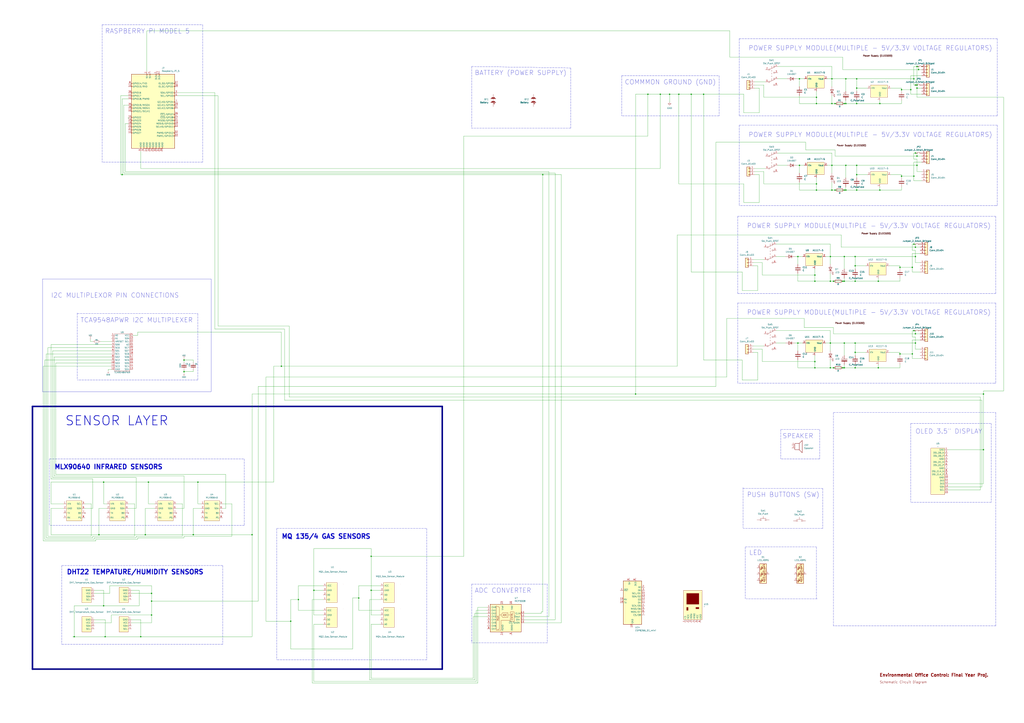
<source format=kicad_sch>
(kicad_sch (version 20231120) (generator "eeschema") (generator_version "8.0")
  (paper "A1")
  (junction (at 521.97 323.85))
  (junction (at 750.57 200.66))
  (junction (at 692.15 302.26))
  (junction (at 124.46 494.03))
  (junction (at 750.57 64.77))
  (junction (at 162.56 396.24))
  (junction (at 754.38 57.15))
  (junction (at 684.53 302.26))
  (junction (at 245.11 492.76))
  (junction (at 751.84 69.85))
  (junction (at 683.26 156.21))
  (junction (at 722.63 85.09))
  (junction (at 721.36 231.14))
  (junction (at 656.59 135.89))
  (junction (at 231.14 300.99))
  (junction (at 753.11 128.27))
  (junction (at 722.63 156.21))
  (junction (at 750.57 271.78))
  (junction (at 693.42 281.94))
  (junction (at 542.29 77.47))
  (junction (at 751.84 274.32))
  (junction (at 124.46 487.68))
  (junction (at 86.36 523.24))
  (junction (at 702.31 302.26))
  (junction (at 739.14 290.83))
  (junction (at 807.72 323.85))
  (junction (at 693.42 156.21))
  (junction (at 681.99 231.14))
  (junction (at 151.13 295.91) (diameter 0.9144))
  (junction (at 740.41 144.78))
  (junction (at 577.85 77.47))
  (junction (at 207.01 439.42))
  (junction (at 670.56 80.01))
  (junction (at 692.15 231.14))
  (junction (at 748.03 73.66))
  (junction (at 681.99 210.82))
  (junction (at 693.42 302.26))
  (junction (at 669.29 302.26))
  (junction (at 693.42 231.14))
  (junction (at 60.96 523.24))
  (junction (at 655.32 281.94))
  (junction (at 702.31 289.56))
  (junction (at 532.13 77.47))
  (junction (at 684.53 231.14))
  (junction (at 238.76 510.54))
  (junction (at 751.84 210.82))
  (junction (at 683.26 85.09))
  (junction (at 751.84 203.2))
  (junction (at 703.58 72.39))
  (junction (at 669.29 297.18))
  (junction (at 751.84 281.94))
  (junction (at 693.42 85.09))
  (junction (at 124.46 505.46))
  (junction (at 753.11 135.89))
  (junction (at 257.81 485.14))
  (junction (at 670.56 156.21))
  (junction (at 655.32 210.82))
  (junction (at 753.11 72.39))
  (junction (at 703.58 85.09))
  (junction (at 694.69 64.77))
  (junction (at 703.58 156.21))
  (junction (at 115.57 523.24))
  (junction (at 670.56 85.09))
  (junction (at 669.29 231.14))
  (junction (at 557.53 77.47))
  (junction (at 685.8 156.21))
  (junction (at 304.8 485.14))
  (junction (at 294.64 491.49))
  (junction (at 158.75 439.42))
  (junction (at 683.26 135.89))
  (junction (at 740.41 73.66))
  (junction (at 85.09 396.24))
  (junction (at 694.69 135.89))
  (junction (at 749.3 290.83))
  (junction (at 703.58 143.51))
  (junction (at 693.42 210.82))
  (junction (at 81.28 439.42))
  (junction (at 807.72 369.57))
  (junction (at 703.58 64.77))
  (junction (at 669.29 226.06))
  (junction (at 100.33 143.51))
  (junction (at 750.57 144.78))
  (junction (at 670.56 151.13))
  (junction (at 702.31 231.14))
  (junction (at 445.77 143.51))
  (junction (at 119.38 439.42))
  (junction (at 304.8 457.2))
  (junction (at 694.69 85.09))
  (junction (at 121.92 396.24))
  (junction (at 721.36 302.26))
  (junction (at 151.13 305.435) (diameter 0.9144))
  (junction (at 702.31 218.44))
  (junction (at 685.8 85.09))
  (junction (at 749.3 219.71))
  (junction (at 753.11 69.85))
  (junction (at 656.59 64.77))
  (junction (at 751.84 125.73))
  (junction (at 703.58 135.89))
  (junction (at 85.09 497.84))
  (junction (at 702.31 281.94))
  (junction (at 702.31 210.82))
  (junction (at 681.99 302.26))
  (junction (at 694.69 156.21))
  (junction (at 683.26 64.77))
  (junction (at 549.91 77.47))
  (junction (at 753.11 54.61))
  (junction (at 739.14 219.71))
  (junction (at 567.69 77.47))
  (junction (at 681.99 281.94))
  (wire (pts (xy 88.9 303.53) (xy 88.9 304.8)))
  (wire (pts (xy 450.85 506.73) (xy 450.85 140.97)))
  (wire (pts (xy 294.64 491.49) (xy 289.56 491.49)))
  (wire (pts (xy 609.6 238.76) (xy 609.6 223.52)))
  (wire (pts (xy 694.69 153.67) (xy 694.69 156.21)))
  (wire (pts (xy 702.31 218.44) (xy 702.31 220.98)))
  (wire (pts (xy 703.58 82.55) (xy 703.58 85.09)))
  (wire (pts (xy 392.43 499.11) (xy 400.05 499.11)))
  (wire (pts (xy 684.53 274.32) (xy 684.53 269.24)))
  (wire (pts (xy 151.13 391.16) (xy 44.45 391.16)))
  (wire (pts (xy 722.63 82.55) (xy 722.63 85.09)))
  (wire (pts (xy 532.13 77.47) (xy 532.13 111.76)))
  (polyline (pts (xy 605.79 248.92) (xy 817.88 248.92)) (stroke (width 0) (type dash)))
  (wire (pts (xy 43.18 288.29) (xy 91.44 288.29)))
  (wire (pts (xy 739.14 290.83) (xy 739.14 289.56)))
  (wire (pts (xy 618.49 284.48) (xy 627.38 284.48)))
  (wire (pts (xy 36.83 295.91) (xy 91.44 295.91)))
  (polyline (pts (xy 817.88 168.91) (xy 819.15 168.91)) (stroke (width 0) (type dash)))
  (wire (pts (xy 185.42 417.83) (xy 185.42 389.89)))
  (wire (pts (xy 577.85 77.47) (xy 567.69 77.47)))
  (polyline (pts (xy 449.58 480.06) (xy 449.58 528.32)) (stroke (width 0) (type dash)))
  (wire (pts (xy 115.57 138.43) (xy 542.29 138.43)))
  (wire (pts (xy 461.01 143.51) (xy 445.77 143.51)))
  (wire (pts (xy 722.63 153.67) (xy 722.63 156.21)))
  (wire (pts (xy 445.77 502.92) (xy 445.77 143.51)))
  (wire (pts (xy 36.83 443.23) (xy 36.83 295.91)))
  (wire (pts (xy 113.03 443.23) (xy 78.74 443.23)))
  (wire (pts (xy 610.87 92.71) (xy 610.87 77.47)))
  (wire (pts (xy 182.88 417.83) (xy 185.42 417.83)))
  (wire (pts (xy 100.33 143.51) (xy 99.06 143.51)))
  (wire (pts (xy 681.99 281.94) (xy 693.42 281.94)))
  (wire (pts (xy 430.53 509.27) (xy 455.93 509.27)))
  (polyline (pts (xy 817.88 241.3) (xy 605.79 241.3)) (stroke (width 0) (type dash)))
  (wire (pts (xy 756.92 77.47) (xy 748.03 77.47)))
  (wire (pts (xy 121.92 414.02) (xy 127 414.02)))
  (wire (pts (xy 256.54 561.34) (xy 256.54 492.76)))
  (wire (pts (xy 622.3 238.76) (xy 609.6 238.76)))
  (wire (pts (xy 807.72 321.31) (xy 824.23 321.31)))
  (wire (pts (xy 77.47 441.96) (xy 77.47 443.23)))
  (wire (pts (xy 703.58 156.21) (xy 694.69 156.21)))
  (wire (pts (xy 656.59 135.89) (xy 656.59 142.24)))
  (wire (pts (xy 703.58 72.39) (xy 712.47 72.39)))
  (wire (pts (xy 685.8 128.27) (xy 685.8 123.19)))
  (wire (pts (xy 756.92 133.35) (xy 750.57 133.35)))
  (wire (pts (xy 35.56 444.5) (xy 35.56 300.99)))
  (wire (pts (xy 693.42 220.98) (xy 693.42 210.82)))
  (wire (pts (xy 381 111.76) (xy 532.13 111.76)))
  (polyline (pts (xy 387.35 480.06) (xy 387.35 527.05)) (stroke (width 0) (type dash)))
  (wire (pts (xy 739.14 219.71) (xy 749.3 219.71)))
  (wire (pts (xy 151.13 440.69) (xy 151.13 441.96)))
  (wire (pts (xy 702.31 231.14) (xy 693.42 231.14)))
  (wire (pts (xy 683.26 125.73) (xy 683.26 135.89)))
  (wire (pts (xy 694.69 135.89) (xy 703.58 135.89)))
  (wire (pts (xy 683.26 135.89) (xy 679.45 135.89)))
  (wire (pts (xy 363.22 549.91) (xy 26.67 549.91)) (stroke (width 1.27) (color 0 0 132 1)))
  (polyline (pts (xy 182.88 464.82) (xy 182.88 529.59)) (stroke (width 0) (type dash)))
  (wire (pts (xy 626.11 215.9) (xy 618.49 215.9)))
  (wire (pts (xy 363.22 334.01) (xy 363.22 549.91)) (stroke (width 1.27) (color 0 0 132 1)))
  (wire (pts (xy 753.11 69.85) (xy 751.84 69.85)))
  (wire (pts (xy 38.1 290.83) (xy 91.44 290.83)))
  (wire (pts (xy 303.53 558.8) (xy 389.89 558.8)))
  (polyline (pts (xy 684.53 339.09) (xy 684.53 514.35)) (stroke (width 0) (type dash)))
  (wire (pts (xy 692.15 57.15) (xy 754.38 57.15)))
  (wire (pts (xy 750.57 54.61) (xy 750.57 64.77)))
  (wire (pts (xy 144.78 414.02) (xy 149.86 414.02)))
  (wire (pts (xy 670.56 151.13) (xy 670.56 156.21)))
  (polyline (pts (xy 607.06 102.87) (xy 819.15 102.87)) (stroke (width 0) (type dash)))
  (wire (pts (xy 81.28 417.83) (xy 87.63 417.83)))
  (wire (pts (xy 656.59 64.77) (xy 656.59 71.12)))
  (wire (pts (xy 683.26 64.77) (xy 694.69 64.77)))
  (wire (pts (xy 238.76 533.4) (xy 238.76 510.54)))
  (wire (pts (xy 692.15 57.15) (xy 692.15 46.99)))
  (wire (pts (xy 637.54 200.66) (xy 681.99 200.66)))
  (wire (pts (xy 623.57 143.51) (xy 623.57 166.37)))
  (wire (pts (xy 750.57 200.66) (xy 749.3 200.66)))
  (wire (pts (xy 391.16 501.65) (xy 400.05 501.65)))
  (wire (pts (xy 149.86 440.69) (xy 111.76 440.69)))
  (wire (pts (xy 694.69 85.09) (xy 693.42 85.09)))
  (wire (pts (xy 521.97 323.85) (xy 521.97 77.47)))
  (wire (pts (xy 91.44 511.81) (xy 91.44 505.46)))
  (wire (pts (xy 683.26 64.77) (xy 679.45 64.77)))
  (wire (pts (xy 158.75 295.91) (xy 151.13 295.91)))
  (wire (pts (xy 102.87 101.6) (xy 102.87 140.97)))
  (wire (pts (xy 669.29 302.26) (xy 681.99 302.26)))
  (polyline (pts (xy 83.82 20.32) (xy 83.82 133.35)) (stroke (width 0) (type dash)))
  (wire (pts (xy 392.43 499.11) (xy 392.43 561.34)))
  (wire (pts (xy 218.44 309.88) (xy 596.9 309.88)))
  (wire (pts (xy 751.84 276.86) (xy 751.84 281.94)))
  (wire (pts (xy 121.92 396.24) (xy 162.56 396.24)))
  (wire (pts (xy 702.31 218.44) (xy 711.2 218.44)))
  (wire (pts (xy 85.09 396.24) (xy 121.92 396.24)))
  (wire (pts (xy 588.01 317.5) (xy 588.01 116.84)))
  (wire (pts (xy 693.42 228.6) (xy 693.42 231.14)))
  (wire (pts (xy 304.8 513.08) (xy 312.42 513.08)))
  (wire (pts (xy 119.38 417.83) (xy 119.38 439.42)))
  (wire (pts (xy 703.58 143.51) (xy 703.58 146.05)))
  (wire (pts (xy 557.53 77.47) (xy 549.91 77.47)))
  (wire (pts (xy 755.65 279.4) (xy 749.3 279.4)))
  (wire (pts (xy 683.26 64.77) (xy 683.26 71.12)))
  (wire (pts (xy 622.3 312.42) (xy 609.6 312.42)))
  (wire (pts (xy 655.32 281.94) (xy 659.13 281.94)))
  (wire (pts (xy 115.57 509.27) (xy 115.57 523.24)))
  (polyline (pts (xy 227.33 434.34) (xy 227.33 542.29)) (stroke (width 0) (type dash)))
  (wire (pts (xy 753.11 80.01) (xy 824.23 80.01)))
  (wire (pts (xy 609.6 312.42) (xy 609.6 295.91)))
  (polyline (pts (xy 200.66 377.19) (xy 200.66 431.8)) (stroke (width 0) (type dash)))
  (polyline (pts (xy 200.66 431.8) (xy 40.64 431.8)) (stroke (width 0) (type dash)))
  (wire (pts (xy 74.93 414.02) (xy 69.85 414.02)))
  (polyline (pts (xy 607.06 102.87) (xy 607.06 168.91)) (stroke (width 0) (type dash)))
  (polyline (pts (xy 675.64 401.32) (xy 675.64 434.34)) (stroke (width 0) (type dash)))
  (wire (pts (xy 721.36 299.72) (xy 721.36 302.26)))
  (wire (pts (xy 257.81 450.85) (xy 257.81 485.14)))
  (wire (pts (xy 756.92 148.59) (xy 750.57 148.59)))
  (wire (pts (xy 683.26 78.74) (xy 683.26 85.09)))
  (wire (pts (xy 41.91 283.21) (xy 91.44 283.21)))
  (polyline (pts (xy 40.64 377.19) (xy 200.66 377.19)) (stroke (width 0) (type dash)))
  (wire (pts (xy 567.69 77.47) (xy 557.53 77.47)))
  (wire (pts (xy 756.92 62.23) (xy 748.03 62.23)))
  (wire (pts (xy 670.56 146.05) (xy 670.56 151.13)))
  (polyline (pts (xy 819.15 102.87) (xy 819.15 168.91)) (stroke (width 0) (type dash)))
  (wire (pts (xy 685.8 128.27) (xy 753.11 128.27)))
  (wire (pts (xy 76.2 441.96) (xy 38.1 441.96)))
  (polyline (pts (xy 819.15 95.25) (xy 607.06 95.25)) (stroke (width 0) (type dash)))
  (wire (pts (xy 693.42 281.94) (xy 702.31 281.94)))
  (polyline (pts (xy 748.03 347.98) (xy 748.03 412.75)) (stroke (width 0) (type dash)))
  (wire (pts (xy 381 457.2) (xy 381 111.76)))
  (wire (pts (xy 703.58 143.51) (xy 712.47 143.51)))
  (polyline (pts (xy 510.54 62.23) (xy 590.55 62.23)) (stroke (width 0) (type dash)))
  (wire (pts (xy 44.45 391.16) (xy 44.45 293.37)))
  (wire (pts (xy 702.31 302.26) (xy 693.42 302.26)))
  (wire (pts (xy 750.57 271.78) (xy 749.3 271.78)))
  (wire (pts (xy 85.09 497.84) (xy 114.3 497.84)))
  (wire (pts (xy 110.49 440.69) (xy 76.2 440.69)))
  (polyline (pts (xy 817.88 339.09) (xy 817.88 514.35)) (stroke (width 0) (type dash)))
  (wire (pts (xy 231.14 273.05) (xy 231.14 300.99)))
  (wire (pts (xy 609.6 223.52) (xy 567.69 223.52)))
  (wire (pts (xy 90.17 487.68) (xy 90.17 481.33)))
  (wire (pts (xy 749.3 271.78) (xy 749.3 276.86)))
  (wire (pts (xy 257.81 513.08) (xy 257.81 560.07)))
  (wire (pts (xy 656.59 149.86) (xy 656.59 156.21)))
  (polyline (pts (xy 40.64 377.19) (xy 40.64 431.8)) (stroke (width 0) (type dash)))
  (wire (pts (xy 731.52 143.51) (xy 740.41 143.51)))
  (wire (pts (xy 684.53 269.24) (xy 660.4 269.24)))
  (wire (pts (xy 655.32 210.82) (xy 655.32 217.17)))
  (polyline (pts (xy 350.52 542.29) (xy 227.33 542.29)) (stroke (width 0) (type dash)))
  (polyline (pts (xy 387.35 525.78) (xy 387.35 528.32)) (stroke (width 0) (type dash)))
  (wire (pts (xy 556.26 300.99) (xy 556.26 193.04)))
  (wire (pts (xy 82.55 280.67) (xy 91.44 280.67)))
  (wire (pts (xy 41.91 414.02) (xy 41.91 396.24)))
  (wire (pts (xy 681.99 271.78) (xy 681.99 281.94)))
  (wire (pts (xy 619.76 138.43) (xy 628.65 138.43)))
  (wire (pts (xy 753.11 72.39) (xy 756.92 72.39)))
  (wire (pts (xy 681.99 224.79) (xy 681.99 231.14)))
  (wire (pts (xy 660.4 261.62) (xy 660.4 269.24)))
  (wire (pts (xy 681.99 295.91) (xy 681.99 302.26)))
  (wire (pts (xy 627.38 140.97) (xy 619.76 140.97)))
  (wire (pts (xy 77.47 485.14) (xy 85.09 485.14)))
  (wire (pts (xy 692.15 46.99) (xy 599.44 46.99)))
  (wire (pts (xy 740.41 153.67) (xy 740.41 156.21)))
  (wire (pts (xy 655.32 210.82) (xy 659.13 210.82)))
  (wire (pts (xy 76.2 280.67) (xy 74.295 280.67)))
  (wire (pts (xy 388.62 506.73) (xy 388.62 557.53)))
  (wire (pts (xy 105.41 414.02) (xy 110.49 414.02)))
  (wire (pts (xy 690.88 203.2) (xy 690.88 193.04)))
  (wire (pts (xy 755.65 223.52) (xy 749.3 223.52)))
  (polyline (pts (xy 641.35 353.06) (xy 673.1 353.06)) (stroke (width 0) (type dash)))
  (wire (pts (xy 557.53 151.13) (xy 557.53 77.47)))
  (wire (pts (xy 162.56 396.24) (xy 224.79 396.24)))
  (wire (pts (xy 151.13 295.91) (xy 151.13 297.815)))
  (wire (pts (xy 748.03 62.23) (xy 748.03 73.66)))
  (wire (pts (xy 638.81 64.77) (xy 646.43 64.77)))
  (wire (pts (xy 218.44 510.54) (xy 218.44 309.88)))
  (polyline (pts (xy 83.82 20.32) (xy 166.37 20.32)) (stroke (width 0) (type dash)))
  (polyline (pts (xy 605.79 177.8) (xy 817.88 177.8)) (stroke (width 0) (type dash)))
  (wire (pts (xy 76.2 440.69) (xy 76.2 441.96)))
  (polyline (pts (xy 610.235 400.685) (xy 610.235 433.705)) (stroke (width 0) (type dash)))
  (wire (pts (xy 86.36 509.27) (xy 86.36 523.24)))
  (polyline (pts (xy 590.55 95.25) (xy 510.54 95.25)) (stroke (width 0) (type dash)))
  (wire (pts (xy 755.65 208.28) (xy 749.3 208.28)))
  (wire (pts (xy 101.6 86.36) (xy 105.41 86.36)))
  (wire (pts (xy 78.74 444.5) (xy 35.56 444.5)))
  (wire (pts (xy 109.22 275.59) (xy 113.03 275.59)))
  (wire (pts (xy 35.56 300.99) (xy 91.44 300.99)))
  (wire (pts (xy 749.3 205.74) (xy 751.84 205.74)))
  (wire (pts (xy 722.63 85.09) (xy 740.41 85.09)))
  (wire (pts (xy 588.01 116.84) (xy 661.67 116.84)))
  (wire (pts (xy 655.32 224.79) (xy 655.32 231.14)))
  (wire (pts (xy 685.8 123.19) (xy 661.67 123.19)))
  (wire (pts (xy 77.47 487.68) (xy 90.17 487.68)))
  (wire (pts (xy 113.03 273.05) (xy 231.14 273.05)))
  (wire (pts (xy 751.84 281.94) (xy 751.84 287.02)))
  (polyline (pts (xy 612.14 449.58) (xy 612.14 492.125)) (stroke (width 0) (type dash)))
  (wire (pts (xy 750.57 148.59) (xy 750.57 144.78)))
  (wire (pts (xy 294.64 481.33) (xy 294.64 491.49)))
  (wire (pts (xy 755.65 287.02) (xy 751.84 287.02)))
  (wire (pts (xy 656.59 64.77) (xy 660.4 64.77)))
  (wire (pts (xy 807.72 369.57) (xy 778.51 369.57)))
  (wire (pts (xy 41.91 396.24) (xy 85.09 396.24)))
  (wire (pts (xy 683.26 156.21) (xy 670.56 156.21)))
  (wire (pts (xy 304.8 450.85) (xy 304.8 457.2)))
  (wire (pts (xy 806.45 328.93) (xy 806.45 400.05)))
  (wire (pts (xy 115.57 509.27) (xy 107.95 509.27)))
  (wire (pts (xy 610.87 166.37) (xy 610.87 151.13)))
  (wire (pts (xy 669.29 297.18) (xy 669.29 302.26)))
  (wire (pts (xy 158.75 439.42) (xy 207.01 439.42)))
  (wire (pts (xy 749.3 294.64) (xy 749.3 290.83)))
  (wire (pts (xy 41.91 439.42) (xy 41.91 417.83)))
  (wire (pts (xy 577.85 77.47) (xy 577.85 295.91)))
  (wire (pts (xy 45.72 389.89) (xy 45.72 298.45)))
  (wire (pts (xy 703.58 153.67) (xy 703.58 156.21)))
  (wire (pts (xy 623.57 166.37) (xy 610.87 166.37)))
  (wire (pts (xy 739.14 219.71) (xy 739.14 218.44)))
  (wire (pts (xy 99.06 143.51) (xy 99.06 78.74)))
  (wire (pts (xy 824.23 321.31) (xy 824.23 80.01)))
  (wire (pts (xy 681.99 210.82) (xy 678.18 210.82)))
  (polyline (pts (xy 641.35 353.06) (xy 641.35 377.19)) (stroke (width 0) (type dash)))
  (polyline (pts (xy 612.14 449.58) (xy 670.56 449.58)) (stroke (width 0) (type dash)))
  (wire (pts (xy 41.91 439.42) (xy 81.28 439.42)))
  (wire (pts (xy 670.56 74.93) (xy 670.56 80.01)))
  (wire (pts (xy 124.46 505.46) (xy 124.46 511.81)))
  (wire (pts (xy 669.29 220.98) (xy 669.29 226.06)))
  (wire (pts (xy 751.84 200.66) (xy 751.84 203.2)))
  (wire (pts (xy 26.67 549.91) (xy 26.67 334.01)) (stroke (width 1.27) (color 0 0 132 1)))
  (wire (pts (xy 207.01 523.24) (xy 207.01 439.42)))
  (wire (pts (xy 702.31 299.72) (xy 702.31 302.26)))
  (wire (pts (xy 245.11 501.65) (xy 265.43 501.65)))
  (wire (pts (xy 289.56 491.49) (xy 289.56 533.4)))
  (wire (pts (xy 754.38 57.15) (xy 756.92 57.15)))
  (wire (pts (xy 110.49 414.02) (xy 110.49 440.69)))
  (wire (pts (xy 681.99 231.14) (xy 669.29 231.14)))
  (wire (pts (xy 681.99 200.66) (xy 681.99 210.82)))
  (wire (pts (xy 76.2 393.7) (xy 41.91 393.7)))
  (wire (pts (xy 731.52 72.39) (xy 740.41 72.39)))
  (wire (pts (xy 750.57 64.77) (xy 703.58 64.77)))
  (wire (pts (xy 105.41 97.79) (xy 105.41 96.52)))
  (wire (pts (xy 749.3 208.28) (xy 749.3 219.71)))
  (wire (pts (xy 45.72 298.45) (xy 91.44 298.45)))
  (wire (pts (xy 702.31 281.94) (xy 702.31 289.56)))
  (wire (pts (xy 703.58 85.09) (xy 694.69 85.09)))
  (wire (pts (xy 99.06 78.74) (xy 105.41 78.74)))
  (wire (pts (xy 158.75 417.83) (xy 158.75 439.42)))
  (wire (pts (xy 76.2 417.83) (xy 76.2 393.7)))
  (wire (pts (xy 753.11 130.81) (xy 753.11 135.89)))
  (polyline (pts (xy 590.55 62.23) (xy 590.55 95.25)) (stroke (width 0) (type dash)))
  (wire (pts (xy 101.6 142.24) (xy 101.6 86.36)))
  (wire (pts (xy 212.09 494.03) (xy 212.09 317.5)))
  (wire (pts (xy 233.68 270.51) (xy 233.68 328.93)))
  (polyline (pts (xy 63.5 257.175) (xy 63.5 311.785)) (stroke (width 0) (type dash)))
  (wire (pts (xy 151.13 305.435) (xy 151.13 306.705)))
  (wire (pts (xy 753.11 125.73) (xy 751.84 125.73)))
  (wire (pts (xy 670.56 151.13) (xy 627.38 151.13)))
  (wire (pts (xy 120.65 25.4) (xy 599.44 25.4)))
  (wire (pts (xy 618.49 218.44) (xy 622.3 218.44)))
  (wire (pts (xy 661.67 116.84) (xy 661.67 123.19)))
  (wire (pts (xy 669.29 226.06) (xy 669.29 231.14)))
  (wire (pts (xy 179.07 267.97) (xy 237.49 267.97)))
  (wire (pts (xy 124.46 487.68) (xy 124.46 494.03)))
  (polyline (pts (xy 387.35 54.61) (xy 387.35 105.41)) (stroke (width 0) (type dash)))
  (polyline (pts (xy 468.63 105.41) (xy 387.35 105.41)) (stroke (width 0) (type dash)))
  (wire (pts (xy 165.1 417.83) (xy 158.75 417.83)))
  (wire (pts (xy 256.54 561.34) (xy 392.43 561.34)))
  (wire (pts (xy 610.87 151.13) (xy 557.53 151.13)))
  (polyline (pts (xy 748.03 347.98) (xy 814.07 347.98)) (stroke (width 0) (type dash)))
  (wire (pts (xy 124.46 511.81) (xy 107.95 511.81)))
  (wire (pts (xy 694.69 135.89) (xy 694.69 146.05)))
  (wire (pts (xy 740.41 144.78) (xy 750.57 144.78)))
  (wire (pts (xy 703.58 64.77) (xy 703.58 72.39)))
  (wire (pts (xy 652.78 281.94) (xy 655.32 281.94)))
  (wire (pts (xy 739.14 220.98) (xy 739.14 219.71)))
  (polyline (pts (xy 510.54 62.23) (xy 510.54 95.25)) (stroke (width 0) (type dash)))
  (polyline (pts (xy 814.07 412.75) (xy 748.03 412.75)) (stroke (width 0) (type dash)))
  (wire (pts (xy 693.42 231.14) (xy 692.15 231.14)))
  (wire (pts (xy 654.05 64.77) (xy 656.59 64.77)))
  (wire (pts (xy 257.81 560.07) (xy 391.16 560.07)))
  (wire (pts (xy 753.11 128.27) (xy 756.92 128.27)))
  (wire (pts (xy 304.8 557.53) (xy 304.8 513.08)))
  (wire (pts (xy 389.89 558.8) (xy 389.89 504.19)))
  (wire (pts (xy 638.81 135.89) (xy 646.43 135.89)))
  (wire (pts (xy 257.81 485.14) (xy 265.43 485.14)))
  (wire (pts (xy 807.72 369.57) (xy 807.72 397.51)))
  (wire (pts (xy 692.15 231.14) (xy 684.53 231.14)))
  (wire (pts (xy 207.01 523.24) (xy 115.57 523.24)))
  (wire (pts (xy 146.05 76.2) (xy 176.53 76.2)))
  (wire (pts (xy 43.18 392.43) (xy 43.18 288.29)))
  (wire (pts (xy 455.93 509.27) (xy 455.93 142.24)))
  (wire (pts (xy 693.42 302.26) (xy 692.15 302.26)))
  (wire (pts (xy 618.49 289.56) (xy 622.3 289.56)))
  (wire (pts (xy 749.3 223.52) (xy 749.3 219.71)))
  (wire (pts (xy 69.85 417.83) (xy 76.2 417.83)))
  (wire (pts (xy 77.47 509.27) (xy 86.36 509.27)))
  (wire (pts (xy 655.32 281.94) (xy 655.32 288.29)))
  (polyline (pts (xy 605.79 248.92) (xy 605.79 314.96)) (stroke (width 0) (type dash)))
  (wire (pts (xy 756.92 140.97) (xy 753.11 140.97)))
  (wire (pts (xy 85.09 396.24) (xy 85.09 414.02)))
  (wire (pts (xy 751.84 125.73) (xy 750.57 125.73)))
  (wire (pts (xy 41.91 417.83) (xy 52.07 417.83)))
  (wire (pts (xy 567.69 223.52) (xy 567.69 77.47)))
  (wire (pts (xy 105.41 417.83) (xy 111.76 417.83)))
  (wire (pts (xy 121.92 396.24) (xy 121.92 414.02)))
  (wire (pts (xy 751.84 205.74) (xy 751.84 210.82)))
  (wire (pts (xy 751.84 271.78) (xy 751.84 274.32)))
  (wire (pts (xy 750.57 133.35) (xy 750.57 144.78)))
  (wire (pts (xy 656.59 135.89) (xy 660.4 135.89)))
  (wire (pts (xy 151.13 295.275) (xy 151.13 295.91)))
  (wire (pts (xy 683.26 149.86) (xy 683.26 156.21)))
  (wire (pts (xy 97.79 384.81) (xy 99.06 384.81)))
  (wire (pts (xy 739.14 290.83) (xy 749.3 290.83)))
  (polyline (pts (xy 387.35 54.61) (xy 468.63 55.88)) (stroke (width 0) (type dash)))
  (wire (pts (xy 81.28 439.42) (xy 119.38 439.42)))
  (polyline (pts (xy 814.07 347.98) (xy 814.07 412.75)) (stroke (width 0) (type dash)))
  (wire (pts (xy 304.8 505.46) (xy 304.8 485.14)))
  (wire (pts (xy 610.87 92.71) (xy 623.57 92.71)))
  (wire (pts (xy 751.84 210.82) (xy 702.31 210.82)))
  (wire (pts (xy 609.6 295.91) (xy 577.85 295.91)))
  (wire (pts (xy 77.47 443.23) (xy 36.83 443.23)))
  (wire (pts (xy 224.79 300.99) (xy 231.14 300.99)))
  (wire (pts (xy 245.11 501.65) (xy 245.11 492.76)))
  (wire (pts (xy 751.84 271.78) (xy 750.57 271.78)))
  (wire (pts (xy 739.14 228.6) (xy 739.14 231.14)))
  (wire (pts (xy 39.37 440.69) (xy 74.93 440.69)))
  (wire (pts (xy 669.29 292.1) (xy 669.29 297.18)))
  (wire (pts (xy 750.57 125.73) (xy 750.57 130.81)))
  (wire (pts (xy 245.11 481.33) (xy 265.43 481.33)))
  (wire (pts (xy 60.96 497.84) (xy 85.09 497.84)))
  (polyline (pts (xy 227.33 434.34) (xy 350.52 434.34)) (stroke (width 0) (type dash)))
  (wire (pts (xy 190.5 414.02) (xy 190.5 440.69)))
  (wire (pts (xy 758.19 54.61) (xy 756.92 54.61)))
  (wire (pts (xy 190.5 440.69) (xy 151.13 440.69)))
  (wire (pts (xy 238.76 492.76) (xy 245.11 492.76)))
  (wire (pts (xy 91.44 303.53) (xy 88.9 303.53)))
  (wire (pts (xy 400.05 506.73) (xy 388.62 506.73)))
  (polyline (pts (xy 166.37 133.35) (xy 83.82 133.35)) (stroke (width 0) (type dash)))
  (wire (pts (xy 444.5 502.92) (xy 444.5 504.19)))
  (wire (pts (xy 681.99 281.94) (xy 681.99 288.29)))
  (wire (pts (xy 656.59 85.09) (xy 670.56 85.09)))
  (wire (pts (xy 124.46 487.68) (xy 107.95 487.68)))
  (wire (pts (xy 233.68 328.93) (xy 806.45 328.93)))
  (wire (pts (xy 619.76 72.39) (xy 623.57 72.39)))
  (wire (pts (xy 750.57 64.77) (xy 750.57 69.85)))
  (wire (pts (xy 693.42 299.72) (xy 693.42 302.26)))
  (wire (pts (xy 599.44 46.99) (xy 599.44 25.4)))
  (wire (pts (xy 207.01 439.42) (xy 207.01 323.85)))
  (wire (pts (xy 238.76 510.54) (xy 218.44 510.54)))
  (wire (pts (xy 26.67 334.01) (xy 363.22 334.01)) (stroke (width 1.27) (color 0 0 132 1)))
  (wire (pts (xy 656.59 156.21) (xy 670.56 156.21)))
  (wire (pts (xy 182.88 414.02) (xy 190.5 414.02)))
  (polyline (pts (xy 607.06 31.75) (xy 607.06 95.25)) (stroke (width 0) (type dash)))
  (wire (pts (xy 693.42 281.94) (xy 693.42 292.1)))
  (wire (pts (xy 740.41 73.66) (xy 740.41 72.39)))
  (wire (pts (xy 455.93 142.24) (xy 101.6 142.24)))
  (wire (pts (xy 619.76 143.51) (xy 623.57 143.51)))
  (wire (pts (xy 430.53 506.73) (xy 450.85 506.73)))
  (wire (pts (xy 90.17 481.33) (xy 124.46 481.33)))
  (wire (pts (xy 257.81 505.46) (xy 265.43 505.46)))
  (wire (pts (xy 805.18 326.39) (xy 805.18 402.59)))
  (wire (pts (xy 730.25 218.44) (xy 739.14 218.44)))
  (wire (pts (xy 444.5 504.19) (xy 430.53 504.19)))
  (wire (pts (xy 113.03 441.96) (xy 113.03 443.23)))
  (wire (pts (xy 450.85 140.97) (xy 102.87 140.97)))
  (polyline (pts (xy 684.53 339.09) (xy 817.88 339.09)) (stroke (width 0) (type dash)))
  (wire (pts (xy 722.63 156.21) (xy 740.41 156.21)))
  (wire (pts (xy 78.74 443.23) (xy 78.74 444.5)))
  (wire (pts (xy 124.46 494.03) (xy 212.09 494.03)))
  (wire (pts (xy 176.53 76.2) (xy 176.53 270.51)))
  (polyline (pts (xy 50.8 464.82) (xy 182.88 464.82)) (stroke (width 0) (type dash)))
  (polyline (pts (xy 387.35 480.06) (xy 449.58 480.06)) (stroke (width 0) (type dash)))
  (wire (pts (xy 127 417.83) (xy 119.38 417.83)))
  (wire (pts (xy 751.84 210.82) (xy 751.84 215.9)))
  (polyline (pts (xy 50.8 464.82) (xy 50.8 529.59)) (stroke (width 0) (type dash)))
  (wire (pts (xy 304.8 457.2) (xy 304.8 485.14)))
  (wire (pts (xy 721.36 228.6) (xy 721.36 231.14)))
  (wire (pts (xy 119.38 439.42) (xy 158.75 439.42)))
  (wire (pts (xy 627.38 69.85) (xy 619.76 69.85)))
  (polyline (pts (xy 817.88 248.92) (xy 817.88 314.96)) (stroke (width 0) (type dash)))
  (wire (pts (xy 655.32 295.91) (xy 655.32 302.26)))
  (wire (pts (xy 684.53 274.32) (xy 751.84 274.32)))
  (wire (pts (xy 703.58 72.39) (xy 703.58 74.93)))
  (wire (pts (xy 626.11 226.06) (xy 626.11 215.9)))
  (polyline (pts (xy 819.15 31.75) (xy 819.15 95.25)) (stroke (width 0) (type dash)))
  (polyline (pts (xy 817.88 168.91) (xy 607.06 168.91)) (stroke (width 0) (type dash)))
  (wire (pts (xy 694.69 156.21) (xy 693.42 156.21)))
  (wire (pts (xy 750.57 54.61) (xy 753.11 54.61)))
  (wire (pts (xy 81.28 417.83) (xy 81.28 439.42)))
  (wire (pts (xy 683.26 156.21) (xy 685.8 156.21)))
  (wire (pts (xy 430.53 511.81) (xy 461.01 511.81)))
  (polyline (pts (xy 671.195 492.125) (xy 612.775 492.125)) (stroke (width 0) (type dash)))
  (wire (pts (xy 444.5 502.92) (xy 445.77 502.92)))
  (wire (pts (xy 749.3 279.4) (xy 749.3 290.83)))
  (wire (pts (xy 693.42 210.82) (xy 702.31 210.82)))
  (wire (pts (xy 748.03 77.47) (xy 748.03 73.66)))
  (wire (pts (xy 740.41 82.55) (xy 740.41 85.09)))
  (wire (pts (xy 751.84 203.2) (xy 755.65 203.2)))
  (wire (pts (xy 637.54 271.78) (xy 681.99 271.78)))
  (wire (pts (xy 721.36 231.14) (xy 702.31 231.14)))
  (wire (pts (xy 100.33 81.28) (xy 105.41 81.28)))
  (wire (pts (xy 740.41 146.05) (xy 740.41 144.78)))
  (wire (pts (xy 146.05 78.74) (xy 179.07 78.74)))
  (wire (pts (xy 577.85 77.47) (xy 610.87 77.47)))
  (wire (pts (xy 681.99 210.82) (xy 693.42 210.82)))
  (wire (pts (xy 656.59 78.74) (xy 656.59 85.09)))
  (wire (pts (xy 74.93 440.69) (xy 74.93 414.02)))
  (wire (pts (xy 623.57 72.39) (xy 623.57 92.71)))
  (wire (pts (xy 207.01 323.85) (xy 521.97 323.85)))
  (wire (pts (xy 162.56 414.02) (xy 165.1 414.02)))
  (wire (pts (xy 721.36 231.14) (xy 739.14 231.14)))
  (polyline (pts (xy 673.1 353.06) (xy 673.1 377.19)) (stroke (width 0) (type dash)))
  (wire (pts (xy 556.26 193.04) (xy 690.88 193.04)))
  (polyline (pts (xy 675.64 434.34) (xy 610.235 434.34)) (stroke (width 0) (type dash)))
  (wire (pts (xy 619.76 67.31) (xy 628.65 67.31)))
  (wire (pts (xy 151.13 441.96) (xy 113.03 441.96)))
  (wire (pts (xy 618.49 213.36) (xy 627.38 213.36)))
  (wire (pts (xy 257.81 505.46) (xy 257.81 485.14)))
  (wire (pts (xy 627.38 151.13) (xy 627.38 140.97)))
  (wire (pts (xy 312.42 505.46) (xy 304.8 505.46)))
  (wire (pts (xy 805.18 402.59) (xy 778.51 402.59)))
  (wire (pts (xy 753.11 69.85) (xy 753.11 72.39)))
  (wire (pts (xy 521.97 323.85) (xy 807.72 323.85)))
  (wire (pts (xy 626.11 297.18) (xy 626.11 287.02)))
  (wire (pts (xy 238.76 510.54) (xy 238.76 492.76)))
  (wire (pts (xy 693.42 156.21) (xy 685.8 156.21)))
  (wire (pts (xy 638.81 125.73) (xy 683.26 125.73)))
  (wire (pts (xy 185.42 389.89) (xy 45.72 389.89)))
  (wire (pts (xy 806.45 400.05) (xy 778.51 400.05)))
  (wire (pts (xy 627.38 80.01) (xy 627.38 69.85)))
  (wire (pts (xy 683.26 54.61) (xy 683.26 64.77)))
  (wire (pts (xy 751.84 274.32) (xy 755.65 274.32)))
  (wire (pts (xy 100.33 143.51) (xy 100.33 81.28)))
  (polyline (pts (xy 817.88 514.35) (xy 684.53 514.35)) (stroke (width 0) (type dash)))
  (wire (pts (xy 549.91 77.47) (xy 542.29 77.47)))
  (wire (pts (xy 702.31 228.6) (xy 702.31 231.14)))
  (wire (pts (xy 683.26 85.09) (xy 685.8 85.09)))
  (wire (pts (xy 256.54 492.76) (xy 265.43 492.76)))
  (wire (pts (xy 445.77 143.51) (xy 100.33 143.51)))
  (polyline (pts (xy 816.61 314.96) (xy 605.79 314.96)) (stroke (width 0) (type dash)))
  (wire (pts (xy 622.3 218.44) (xy 622.3 238.76)))
  (wire (pts (xy 683.26 85.09) (xy 670.56 85.09)))
  (wire (pts (xy 91.44 505.46) (xy 124.46 505.46)))
  (wire (pts (xy 91.44 285.75) (xy 39.37 285.75)))
  (wire (pts (xy 753.11 69.85) (xy 753.11 54.61)))
  (wire (pts (xy 754.38 54.61) (xy 753.11 54.61)))
  (wire (pts (xy 807.72 321.31) (xy 807.72 323.85)))
  (wire (pts (xy 391.16 560.07) (xy 391.16 501.65)))
  (wire (pts (xy 113.03 275.59) (xy 113.03 273.05)))
  (wire (pts (xy 721.36 302.26) (xy 702.31 302.26)))
  (wire (pts (xy 304.8 457.2) (xy 381 457.2)))
  (wire (pts (xy 637.54 281.94) (xy 645.16 281.94)))
  (wire (pts (xy 721.36 302.26) (xy 739.14 302.26)))
  (wire (pts (xy 739.14 292.1) (xy 739.14 290.83)))
  (wire (pts (xy 115.57 523.24) (xy 86.36 523.24)))
  (wire (pts (xy 722.63 85.09) (xy 703.58 85.09)))
  (wire (pts (xy 149.86 414.02) (xy 149.86 440.69)))
  (wire (pts (xy 740.41 144.78) (xy 740.41 143.51)))
  (wire (pts (xy 753.11 135.89) (xy 753.11 140.97)))
  (wire (pts (xy 739.14 299.72) (xy 739.14 302.26)))
  (wire (pts (xy 102.87 101.6) (xy 105.41 101.6)))
  (wire (pts (xy 670.56 80.01) (xy 670.56 85.09)))
  (polyline (pts (xy 166.37 20.32) (xy 166.37 133.35)) (stroke (width 0) (type dash)))
  (wire (pts (xy 596.9 309.88) (xy 596.9 261.62)))
  (wire (pts (xy 807.72 323.85) (xy 807.72 369.57)))
  (wire (pts (xy 754.38 54.61) (xy 754.38 57.15)))
  (wire (pts (xy 652.78 210.82) (xy 655.32 210.82)))
  (wire (pts (xy 655.32 231.14) (xy 669.29 231.14)))
  (polyline (pts (xy 449.58 528.32) (xy 387.35 528.32)) (stroke (width 0) (type dash)))
  (wire (pts (xy 41.91 393.7) (xy 41.91 283.21)))
  (wire (pts (xy 740.41 73.66) (xy 748.03 73.66)))
  (wire (pts (xy 753.11 135.89) (xy 703.58 135.89)))
  (wire (pts (xy 681.99 302.26) (xy 684.53 302.26)))
  (wire (pts (xy 38.1 441.96) (xy 38.1 290.83)))
  (wire (pts (xy 144.78 417.83) (xy 151.13 417.83)))
  (polyline (pts (xy 162.56 257.81) (xy 162.56 312.42)) (stroke (width 0) (type dash)))
  (wire (pts (xy 59.69 523.24) (xy 60.96 523.24)))
  (wire (pts (xy 750.57 69.85) (xy 751.84 69.85)))
  (wire (pts (xy 289.56 533.4) (xy 238.76 533.4)))
  (wire (pts (xy 85.09 485.14) (xy 85.09 497.84)))
  (wire (pts (xy 60.96 497.84) (xy 60.96 523.24)))
  (wire (pts (xy 690.88 203.2) (xy 751.84 203.2)))
  (wire (pts (xy 179.07 78.74) (xy 179.07 267.97)))
  (wire (pts (xy 655.32 302.26) (xy 669.29 302.26)))
  (wire (pts (xy 111.76 417.83) (xy 111.76 392.43)))
  (wire (pts (xy 107.95 485.14) (xy 114.3 485.14)))
  (wire (pts (xy 237.49 326.39) (xy 805.18 326.39)))
  (wire (pts (xy 740.41 74.93) (xy 740.41 73.66)))
  (wire (pts (xy 753.11 80.01) (xy 753.11 72.39)))
  (polyline (pts (xy 468.63 55.88) (xy 468.63 105.41)) (stroke (width 0) (type dash)))
  (wire (pts (xy 542.29 77.47) (xy 542.29 138.43)))
  (wire (pts (xy 111.76 441.96) (xy 77.47 441.96)))
  (wire (pts (xy 549.91 77.47) (xy 549.91 83.82)))
  (wire (pts (xy 622.3 289.56) (xy 622.3 312.42)))
  (wire (pts (xy 683.26 135.89) (xy 683.26 142.24)))
  (wire (pts (xy 626.11 287.02) (xy 618.49 287.02)))
  (wire (pts (xy 124.46 481.33) (xy 124.46 487.68)))
  (wire (pts (xy 753.11 125.73) (xy 753.11 128.27)))
  (wire (pts (xy 257.81 450.85) (xy 304.8 450.85)))
  (wire (pts (xy 124.46 494.03) (xy 124.46 505.46)))
  (wire (pts (xy 694.69 74.93) (xy 694.69 64.77)))
  (wire (pts (xy 312.42 481.33) (xy 294.64 481.33)))
  (wire (pts (xy 751.84 200.66) (xy 750.57 200.66)))
  (wire (pts (xy 111.76 440.69) (xy 111.76 441.96)))
  (wire (pts (xy 388.62 557.53) (xy 304.8 557.53)))
  (polyline (pts (xy 63.5 257.81) (xy 162.56 257.81)) (stroke (width 0) (type dash)))
  (wire (pts (xy 304.8 485.14) (xy 312.42 485.14)))
  (wire (pts (xy 176.53 270.51) (xy 233.68 270.51)))
  (polyline (pts (xy 350.52 434.34) (xy 350.52 542.29)) (stroke (width 0) (type dash)))
  (wire (pts (xy 750.57 130.81) (xy 753.11 130.81)))
  (wire (pts (xy 637.54 210.82) (xy 645.16 210.82)))
  (wire (pts (xy 237.49 267.97) (xy 237.49 326.39)))
  (wire (pts (xy 224.79 396.24) (xy 224.79 300.99)))
  (wire (pts (xy 702.31 210.82) (xy 702.31 218.44)))
  (wire (pts (xy 638.81 54.61) (xy 683.26 54.61)))
  (wire (pts (xy 730.25 289.56) (xy 739.14 289.56)))
  (wire (pts (xy 294.64 491.49) (xy 294.64 501.65)))
  (wire (pts (xy 722.63 156.21) (xy 703.58 156.21)))
  (wire (pts (xy 681.99 210.82) (xy 681.99 217.17)))
  (wire (pts (xy 158.75 305.435) (xy 151.13 305.435)))
  (wire (pts (xy 303.53 492.76) (xy 312.42 492.76)))
  (wire (pts (xy 521.97 77.47) (xy 532.13 77.47)))
  (wire (pts (xy 693.42 85.09) (xy 685.8 85.09)))
  (wire (pts (xy 755.65 215.9) (xy 751.84 215.9)))
  (wire (pts (xy 111.76 392.43) (xy 43.18 392.43)))
  (wire (pts (xy 44.45 293.37) (xy 91.44 293.37)))
  (polyline (pts (xy 673.1 377.19) (xy 641.35 377.19)) (stroke (width 0) (type dash)))
  (wire (pts (xy 77.47 511.81) (xy 91.44 511.81)))
  (wire (pts (xy 85.09 414.02) (xy 87.63 414.02)))
  (wire (pts (xy 303.53 492.76) (xy 303.53 558.8)))
  (wire (pts (xy 681.99 281.94) (xy 678.18 281.94)))
  (wire (pts (xy 86.36 523.24) (xy 60.96 523.24)))
  (wire (pts (xy 115.57 124.46) (xy 115.57 138.43)))
  (wire (pts (xy 151.13 417.83) (xy 151.13 391.16)))
  (wire (pts (xy 74.295 280.67) (xy 74.295 278.765)))
  (wire (pts (xy 702.31 289.56) (xy 702.31 292.1)))
  (wire (pts (xy 694.69 64.77) (xy 703.58 64.77)))
  (wire (pts (xy 669.29 297.18) (xy 626.11 297.18)))
  (wire (pts (xy 532.13 77.47) (xy 542.29 77.47)))
  (wire (pts (xy 151.13 304.165) (xy 151.13 305.435)))
  (wire (pts (xy 39.37 285.75) (xy 39.37 440.69)))
  (wire (pts (xy 807.72 397.51) (xy 778.51 397.51)))
  (wire (pts (xy 265.43 513.08) (xy 257.81 513.08)))
  (polyline (pts (xy 670.56 449.58) (xy 670.56 492.125)) (stroke (width 0) (type dash)))
  (wire (pts (xy 120.65 25.4) (xy 120.65 58.42)))
  (polyline (pts (xy 610.235 401.32) (xy 675.64 401.32)) (stroke (width 0) (type dash)))
  (wire (pts (xy 231.14 300.99) (xy 556.26 300.99)))
  (wire (pts (xy 389.89 504.19) (xy 400.05 504.19)))
  (polyline (pts (xy 605.79 177.8) (xy 605.79 241.3)) (stroke (width 0) (type dash)))
  (wire (pts (xy 702.31 289.56) (xy 711.2 289.56)))
  (wire (pts (xy 41.91 414.02) (xy 52.07 414.02)))
  (wire (pts (xy 703.58 135.89) (xy 703.58 143.51)))
  (wire (pts (xy 158.75 297.815) (xy 158.75 295.91)))
  (polyline (pts (xy 817.88 177.8) (xy 817.88 241.3)) (stroke (width 0) (type dash)))
  (wire (pts (xy 158.75 304.165) (xy 158.75 305.435)))
  (wire (pts (xy 212.09 317.5) (xy 588.01 317.5)))
  (wire (pts (xy 162.56 396.24) (xy 162.56 414.02)))
  (wire (pts (xy 312.42 501.65) (xy 294.64 501.65)))
  (wire (pts (xy 245.11 492.76) (xy 245.11 481.33)))
  (wire (pts (xy 654.05 135.89) (xy 656.59 135.89)))
  (wire (pts (xy 596.9 261.62) (xy 660.4 261.62)))
  (wire (pts (xy 683.26 135.89) (xy 694.69 135.89)))
  (wire (pts (xy 749.3 276.86) (xy 751.84 276.86)))
  (wire (pts (xy 681.99 231.14) (xy 684.53 231.14)))
  (wire (pts (xy 755.65 294.64) (xy 749.3 294.64)))
  (polyline (pts (xy 816.61 314.96) (xy 817.88 314.96)) (stroke (width 0) (type dash)))
  (polyline (pts (xy 162.56 312.42) (xy 63.5 312.42)) (stroke (width 0) (type dash)))
  (wire (pts (xy 694.69 82.55) (xy 694.69 85.09)))
  (polyline (pts (xy 182.88 529.59) (xy 50.8 529.59)) (stroke (width 0) (type dash)))
  (wire (pts (xy 114.3 485.14) (xy 114.3 497.84)))
  (wire (pts (xy 692.15 302.26) (xy 684.53 302.26)))
  (wire (pts (xy 749.3 200.66) (xy 749.3 205.74)))
  (wire (pts (xy 670.56 80.01) (xy 627.38 80.01)))
  (wire (pts (xy 751.84 281.94) (xy 702.31 281.94)))
  (wire (pts (xy 669.29 226.06) (xy 626.11 226.06)))
  (wire (pts (xy 461.01 511.81) (xy 461.01 143.51)))
  (polyline (pts (xy 607.06 31.75) (xy 819.15 31.75)) (stroke (width 0) (type dash)))
  (rectangle (start 34.925 229.235) (end 173.355 321.945))
  (text "MQ 135/4 GAS SENSORS\n" (at 231.14 443.23 0) (effects (font (size 3.81 3.81) (thickness 0.762) (bold yes)) (justify left bottom)))
  (text "BATTERY (POWER SUPPLY)" (at 389.89 62.23 0) (effects (font (size 3.81 3.81)) (justify left bottom)))
  (text "RASPBERRY PI MODEL 5" (at 86.36 27.94 0) (effects (font (size 3.81 3.81)) (justify left bottom)))
  (text "LED" (at 615.315 456.565 0) (effects (font (size 3.81 3.81)) (justify left bottom)))
  (text "POWER SUPPLY MODULE(MULTIPLE - 5V/3.3V VOLTAGE REGULATORS)" (at 613.41 187.96 0) (effects (font (size 3.81 3.81)) (justify left bottom)))
  (text "POWER SUPPLY MODULE(MULTIPLE - 5V/3.3V VOLTAGE REGULATORS)" (at 614.68 113.03 0) (effects (font (size 3.81 3.81)) (justify left bottom)))
  (text "Environmental Office Control: Final Year Proj." (at 767.08 554.99 0) (effects (font (size 2.54 2.54) (thickness 0.508) (bold yes))))
  (text "POWER SUPPLY MODULE(MULTIPLE - 5V/3.3V VOLTAGE REGULATORS)" (at 613.41 259.08 0) (effects (font (size 3.81 3.81)) (justify left bottom)))
  (text "PUSH BUTTONS (SW)\n" (at 613.41 408.94 0) (effects (font (size 3.81 3.81)) (justify left bottom)))
  (text "I2C MULTIPLEXOR PIN CONNECTIONS\n" (at 41.91 245.11 0) (effects (font (size 3.81 3.81)) (justify left bottom)))
  (text "DHT22 TEMPATURE/HUMIDITY SENSORS\n" (at 54.61 472.44 0) (effects (font (size 3.81 3.81) (thickness 0.762) (bold yes)) (justify left bottom)))
  (text "TCA9548APWR I2C MULTIPLEXER" (at 66.04 265.43 0) (effects (font (size 3.81 3.81)) (justify left bottom)))
  (text "MLX90640 INFRARED SENSORS\n" (at 44.45 386.08 0) (effects (font (size 3.81 3.81) (thickness 0.762) (bold yes)) (justify left bottom)))
  (text "Schematic Circuit Diagram" (at 741.934 560.832 0) (effects (font (size 1.905 1.905))))
  (text "COMMMON GROUND (GND)\n" (at 513.08 69.85 0) (effects (font (size 3.81 3.81)) (justify left bottom)))
  (text "OLED 3.5\" DISPLAY" (at 751.84 356.87 0) (effects (font (size 3.81 3.81)) (justify left bottom)))
  (text "SPEAKER" (at 642.62 360.68 0) (effects (font (size 3.81 3.81)) (justify left bottom)))
  (text "ADC CONVERTER\n" (at 389.89 487.68 0) (effects (font (size 3.81 3.81)) (justify left bottom)))
  (text "POWER SUPPLY MODULE(MULTIPLE - 5V/3.3V VOLTAGE REGULATORS)" (at 614.68 41.91 0) (effects (font (size 3.81 3.81)) (justify left bottom)))
  (label "Power Supply (ELECGOO)" (at 708.66 46.99 0) (effects (font (thickness 0.254) (bold yes))))
  (label "SENSOR LAYER" (at 53.34 351.79 0) (effects (font (size 7.62 7.62) (thickness 0.508) (bold yes))))
  (label "Power Supply (ELECGOO)" (at 707.39 193.04 0) (effects (font (thickness 0.254) (bold yes))))
  (label "Power Supply (ELECGOO)" (at 687.07 120.65 0) (effects (font (thickness 0.254) (bold yes))))
  (label "Power Supply (ELECGOO)" (at 685.8 266.7 0) (effects (font (thickness 0.254) (bold yes))))
  (symbol (lib_id "EdgeAI Components:MLX90640") (at 96.52 408.94 0) (unit 1)
    (property "Reference" "U2" (at 96.52 406.4 0))
    (property "Value" "MLX90640" (at 96.52 408.94 0))
  )
  (symbol (lib_id "Diode:1N4007") (at 650.24 64.77 0) (mirror y) (unit 1)
    (property "Reference" "D1" (at 650.24 58.42 0))
    (property "Value" "1N4007" (at 650.24 60.96 0))
    (property "Footprint" "Diode_THT:D_DO-41_SOD81_P10.16mm_Horizontal" (effects (hide yes)))
    (property "Datasheet" "http://www.vishay.com/docs/88503/1n4001.pdf" (effects (hide yes)))
  )
  (symbol (lib_id "Connector_Generic:Conn_01x03") (at 614.68 140.97 0) (mirror y) (unit 1)
    (property "Reference" "J3" (at 614.68 132.08 0))
    (property "Value" "Conn_01x03" (at 614.68 134.62 0))
  )
  (symbol (lib_id "Connector_Generic:Conn_01x04") (at 762 128.27 0) (unit 1)
    (property "Reference" "J4" (at 764.54 128.2699 0) (effects (justify left)))
    (property "Value" "Conn_01x04" (at 764.54 130.8099 0) (effects (justify left)))
  )
  (symbol (lib_id "EdgeAI Components:DHT_Temperature_Gas_Sensor") (at 69.85 480.06 0) (unit 1)
    (property "Reference" "U1" (at 71.12 476.25 0))
    (property "Value" "DHT_Temperature_Gas_Sensor" (at 71.12 478.79 0))
  )
  (symbol (lib_id "Connector_Generic:Conn_01x04") (at 760.73 274.32 0) (unit 1)
    (property "Reference" "J10" (at 763.27 274.3199 0) (effects (justify left)))
    (property "Value" "Conn_01x04" (at 763.27 276.8599 0) (effects (justify left)))
  )
  (symbol (lib_id "EdgeAI Components:MLX90640") (at 60.96 408.94 0) (unit 1)
    (property "Reference" "U1" (at 60.96 406.4 0))
    (property "Value" "MLX90640" (at 60.96 408.94 0))
  )
  (symbol (lib_id "Switch:SW_Push_DPDT") (at 633.73 62.23 0) (unit 1)
    (property "Reference" "SW1" (at 633.73 49.53 0))
    (property "Value" "SW_Push_DPDT" (at 633.73 52.07 0))
  )
  (symbol (lib_id "Device:C_Polarized") (at 694.69 78.74 0) (unit 1)
    (property "Reference" "C2" (at 698.5 76.5809 0) (effects (justify left)))
    (property "Value" "C_Polarized" (at 698.5 82.55 0) (effects (justify left)))
  )
  (symbol (lib_id "Device:LED") (at 681.99 292.1 90) (unit 1)
    (property "Reference" "D8" (at 685.8 292.4174 90) (effects (justify right)))
    (property "Value" "LED" (at 685.8 294.9574 90) (effects (justify right)))
  )
  (symbol (lib_id "Connector_Generic:Conn_01x04") (at 760.73 203.2 0) (unit 1)
    (property "Reference" "J8" (at 763.27 203.1999 0) (effects (justify left)))
    (property "Value" "Conn_01x04" (at 763.27 205.7399 0) (effects (justify left)))
  )
  (symbol (lib_id "Device:C") (at 739.14 224.79 0) (unit 1)
    (property "Reference" "C17" (at 742.95 223.5199 0) (effects (justify left)))
    (property "Value" "C" (at 742.95 226.0599 0) (effects (justify left)))
  )
  (symbol (lib_id "Connector_Generic:Conn_01x03") (at 613.41 287.02 0) (mirror y) (unit 1)
    (property "Reference" "J7" (at 613.41 278.13 0))
    (property "Value" "Conn_01x03" (at 613.41 280.67 0))
  )
  (symbol (lib_id "Edge AI project:OLED_Display_7_inch") (at 772.16 367.03 0) (unit 1)
    (property "Reference" "U5" (at 770.255 364.49 0))
    (property "Value" "~" (at 770.255 367.03 0))
  )
  (symbol (lib_id "Device:C") (at 656.59 74.93 0) (unit 1)
    (property "Reference" "C1" (at 660.4 73.6599 0) (effects (justify left)))
    (property "Value" "C" (at 660.4 76.1999 0) (effects (justify left)))
  )
  (symbol (lib_id "e-radionica.com schematics:1206C") (at 158.75 300.99 270) (unit 1)
    (property "Reference" "C6" (at 160.02 299.085 90) (effects (font (size 1 1)) (justify left)))
    (property "Value" "10u" (at 155.575 298.45 0) (effects (font (size 1 1)) (justify left)))
    (property "Footprint" "e-radionica.com footprinti:1206C" (effects (hide yes)))
  )
  (symbol (lib_id "Device:C") (at 655.32 292.1 0) (unit 1)
    (property "Reference" "C12" (at 659.13 290.8299 0) (effects (justify left)))
    (property "Value" "C" (at 659.13 293.3699 0) (effects (justify left)))
  )
  (symbol (lib_id "Device:C") (at 740.41 149.86 0) (unit 1)
    (property "Reference" "C10" (at 744.22 148.5899 0) (effects (justify left)))
    (property "Value" "C" (at 744.22 151.1299 0) (effects (justify left)))
  )
  (symbol (lib_id "Diode:1N4007") (at 648.97 210.82 0) (mirror y) (unit 1)
    (property "Reference" "D5" (at 648.97 204.47 0))
    (property "Value" "1N4007" (at 648.97 207.01 0))
    (property "Footprint" "Diode_THT:D_DO-41_SOD81_P10.16mm_Horizontal" (effects (hide yes)))
    (property "Datasheet" "http://www.vishay.com/docs/88503/1n4001.pdf" (effects (hide yes)))
  )
  (symbol (lib_id "Connector_Generic:Conn_01x04") (at 760.73 289.56 0) (unit 1)
    (property "Reference" "J11" (at 763.27 289.5599 0) (effects (justify left)))
    (property "Value" "Conn_01x04" (at 763.27 292.0999 0) (effects (justify left)))
  )
  (symbol (lib_id "Device:C") (at 703.58 149.86 0) (unit 1)
    (property "Reference" "C9" (at 707.39 148.5899 0) (effects (justify left)))
    (property "Value" "C" (at 707.39 151.1299 0) (effects (justify left)))
  )
  (symbol (lib_id "e-radionica.com schematics:GND") (at 151.13 306.705 0) (unit 1)
    (property "Reference" "#PWR014" (effects (hide yes)))
    (property "Value" "GND" (at 151.13 309.88 0) (effects (font (size 1 1))))
  )
  (symbol (lib_id "Device:Speaker") (at 655.32 365.76 0) (unit 1)
    (property "Reference" "LS?" (at 660.4 365.7599 0) (effects (justify left)))
    (property "Value" "Speaker" (at 660.4 368.2999 0) (effects (justify left)))
  )
  (symbol (lib_id "e-radionica.com schematics:VCC") (at 74.295 278.765 0) (unit 1)
    (property "Reference" "#PWR02" (effects (hide yes)))
    (property "Value" "VCC" (at 74.295 275.59 0) (effects (font (size 1 1))))
  )
  (symbol (lib_id "Device:R") (at 689.61 85.09 90) (unit 1)
    (property "Reference" "R1" (at 689.61 82.55 90))
    (property "Value" "R" (at 689.61 87.63 90))
  )
  (symbol (lib_id "Diode:1N4007") (at 648.97 281.94 0) (mirror y) (unit 1)
    (property "Reference" "D6" (at 648.97 275.59 0))
    (property "Value" "1N4007" (at 648.97 278.13 0))
    (property "Footprint" "Diode_THT:D_DO-41_SOD81_P10.16mm_Horizontal" (effects (hide yes)))
    (property "Datasheet" "http://www.vishay.com/docs/88503/1n4001.pdf" (effects (hide yes)))
  )
  (symbol (lib_id "EdgeAI Components:DHT_Temperature_Gas_Sensor") (at 100.33 480.06 0) (unit 1)
    (property "Reference" "U2" (at 101.6 476.25 0))
    (property "Value" "DHT_Temperature_Gas_Sensor" (at 101.6 478.79 0))
  )
  (symbol (lib_id "e-radionica.com schematics:GND") (at 88.9 304.8 0) (unit 1)
    (property "Reference" "#PWR03" (effects (hide yes)))
    (property "Value" "GND" (at 88.9 307.975 0) (effects (font (size 1 1))))
  )
  (symbol (lib_id "Device:C") (at 656.59 146.05 0) (unit 1)
    (property "Reference" "C7" (at 660.4 144.7799 0) (effects (justify left)))
    (property "Value" "C" (at 660.4 147.3199 0) (effects (justify left)))
  )
  (symbol (lib_id "Device:R") (at 689.61 156.21 90) (unit 1)
    (property "Reference" "R8" (at 689.61 153.67 90))
    (property "Value" "R" (at 689.61 158.75 90))
  )
  (symbol (lib_id "RF_Module:WEMOS_D1_mini") (at 519.43 495.3 0) (unit 1)
    (property "Reference" "U14" (at 521.6241 515.62 0) (effects (justify left)))
    (property "Value" "ESP8266_D1_mini" (at 521.6241 518.16 0) (effects (justify left)))
    (property "Footprint" "RF_Module:WEMOS_D1_mini_light" (effects (hide yes)))
    (property "Datasheet" "https://wiki.wemos.cc/products:d1:d1_mini#documentation" (effects (hide yes)))
    (property "Description" "32-bit microcontroller module with WiFi" (effects (hide yes)))
  )
  (symbol (lib_id "e-radionica.com schematics:0603C") (at 151.13 300.99 90) (unit 1)
    (property "Reference" "C5" (at 152.4 299.085 90) (effects (font (size 1 1)) (justify right)))
    (property "Value" "100n" (at 147.955 298.45 0) (effects (font (size 1 1)) (justify right)))
    (property "Footprint" "e-radionica.com footprinti:0603C" (effects (hide yes)))
  )
  (symbol (lib_id "Switch:SW_Push_DPDT") (at 632.46 279.4 0) (unit 1)
    (property "Reference" "SW5" (at 632.46 266.7 0))
    (property "Value" "SW_Push_DPDT" (at 632.46 269.24 0))
  )
  (symbol (lib_id "EdgeAI Components:A1117-5") (at 669.29 204.47 0) (unit 1)
    (property "Reference" "U8" (at 662.94 205.74 0))
    (property "Value" "A1117-5" (at 671.83 205.74 0))
  )
  (symbol (lib_id "Device:LED_ABRG") (at 626.745 471.805 0) (unit 1)
    (property "Reference" "D1" (at 626.745 457.835 0))
    (property "Value" "LED_ABRG" (at 626.745 460.375 0))
  )
  (symbol (lib_id "EdgeAI Components:DHT_Temperature_Gas_Sensor") (at 100.33 504.19 0) (unit 1)
    (property "Reference" "U4" (at 101.6 500.38 0))
    (property "Value" "DHT_Temperature_Gas_Sensor" (at 101.6 502.92 0))
  )
  (symbol (lib_id "EdgeAI Components:A1117-5") (at 670.56 58.42 0) (unit 1)
    (property "Reference" "U1" (at 664.21 59.69 0))
    (property "Value" "A1117-5" (at 673.1 59.69 0))
  )
  (symbol (lib_id "Jumper:Jumper_2_Small_Bridged") (at 755.65 54.61 0) (unit 1) (exclude_from_sim yes)
    (property "Reference" "JP1" (at 755.65 49.53 0))
    (property "Value" "Jumper_2_Small_Bridged" (at 755.65 52.07 0))
    (property "Description" "Jumper, 2-pole, small symbol, bridged" (effects (hide yes)))
  )
  (symbol (lib_id "EdgeAI Components:A1117-5") (at 722.63 137.16 0) (unit 1)
    (property "Reference" "U10" (at 716.28 138.43 0))
    (property "Value" "A1117-5" (at 725.17 138.43 0))
  )
  (symbol (lib_id "Device:C") (at 739.14 295.91 0) (unit 1)
    (property "Reference" "C18" (at 742.95 294.6399 0) (effects (justify left)))
    (property "Value" "C" (at 742.95 297.1799 0) (effects (justify left)))
  )
  (symbol (lib_id "Switch:SW_Push_DPDT") (at 632.46 208.28 0) (unit 1)
    (property "Reference" "SW4" (at 632.46 195.58 0))
    (property "Value" "SW_Push_DPDT" (at 632.46 198.12 0))
  )
  (symbol (lib_id "EdgeAI Components:A1117-5") (at 721.36 212.09 0) (unit 1)
    (property "Reference" "U12" (at 715.01 213.36 0))
    (property "Value" "A1117-5" (at 723.9 213.36 0))
  )
  (symbol (lib_id "Device:C") (at 740.41 78.74 0) (unit 1)
    (property "Reference" "C4" (at 744.22 77.4699 0) (effects (justify left)))
    (property "Value" "C" (at 744.22 80.0099 0) (effects (justify left)))
  )
  (symbol (lib_id "e-radionica.com schematics:VCC") (at 151.13 295.275 0) (unit 1)
    (property "Reference" "#PWR013" (effects (hide yes)))
    (property "Value" "VCC" (at 151.13 292.1 0) (effects (font (size 1 1))))
  )
  (symbol (lib_id "Device:R") (at 688.34 302.26 90) (unit 1)
    (property "Reference" "R10" (at 688.34 299.72 90))
    (property "Value" "R" (at 688.34 304.8 90))
  )
  (symbol (lib_id "EdgeAI Components:MLX90640") (at 135.89 408.94 0) (unit 1)
    (property "Reference" "U3" (at 135.89 406.4 0))
    (property "Value" "MLX90640" (at 135.89 408.94 0))
  )
  (symbol (lib_id "Device:C_Polarized") (at 693.42 224.79 0) (unit 1)
    (property "Reference" "C13" (at 697.23 222.6309 0) (effects (justify left)))
    (property "Value" "C_Polarized" (at 697.23 228.6 0) (effects (justify left)))
  )
  (symbol (lib_id "EdgeAI Components:MQ_Gas_Sensor_Module") (at 320.04 496.57 0) (unit 1)
    (property "Reference" "U4" (at 318.77 519.43 0) (effects (justify left)))
    (property "Value" "MQ4_Gas_Sensor_Module" (at 308.61 523.24 0) (effects (justify left)))
  )
  (symbol (lib_id "Connector_Generic:Conn_01x04") (at 760.73 218.44 0) (unit 1)
    (property "Reference" "J9" (at 763.27 218.4399 0) (effects (justify left)))
    (property "Value" "Conn_01x04" (at 763.27 220.9799 0) (effects (justify left)))
  )
  (symbol (lib_id "Switch:SW_Push") (at 626.745 427.355 0) (unit 1)
    (property "Reference" "SW1" (at 626.745 419.735 0))
    (property "Value" "SW_Push" (at 626.745 422.275 0))
  )
  (symbol (lib_id "e-radionica.com schematics:0603R") (at 79.375 280.67 0) (unit 1)
    (property "Reference" "R5" (at 79.375 279.4 0) (effects (font (size 1 1))))
    (property "Value" "10k" (at 79.375 282.575 0) (effects (font (size 1 1))))
    (property "Footprint" "e-radionica.com footprinti:0603R" (effects (hide yes)))
  )
  (symbol (lib_id "EdgeAI Components:A1117-5") (at 670.56 129.54 0) (unit 1)
    (property "Reference" "U9" (at 664.21 130.81 0))
    (property "Value" "A1117-5" (at 673.1 130.81 0))
  )
  (symbol (lib_id "Device:LED_ABRG") (at 657.225 471.805 0) (unit 1)
    (property "Reference" "D2" (at 657.225 457.835 0))
    (property "Value" "LED_ABRG" (at 657.225 460.375 0))
  )
  (symbol (lib_id "Connector_Generic:Conn_01x04") (at 762 72.39 0) (unit 1)
    (property "Reference" "J2" (at 764.54 72.3899 0) (effects (justify left)))
    (property "Value" "Conn_01x04" (at 764.54 74.9299 0) (effects (justify left)))
  )
  (symbol (lib_id "EdgeAI Components:DHT_Temperature_Gas_Sensor") (at 69.85 504.19 0) (unit 1)
    (property "Reference" "U3" (at 71.12 500.38 0))
    (property "Value" "DHT_Temperature_Gas_Sensor" (at 71.12 502.92 0))
  )
  (symbol (lib_id "Device:Battery") (at 438.15 82.55 0) (mirror x) (unit 1)
    (property "Reference" "BT2" (at 434.34 81.6609 0) (effects (justify right)))
    (property "Value" "Battery" (at 434.34 84.201 0) (effects (font (thickness 0.254) (bold yes)) (justify right)))
  )
  (symbol (lib_id "Device:C_Polarized") (at 694.69 149.86 0) (unit 1)
    (property "Reference" "C8" (at 698.5 147.7009 0) (effects (justify left)))
    (property "Value" "C_Polarized" (at 698.5 153.67 0) (effects (justify left)))
  )
  (symbol (lib_id "e-radionica.com schematics:TCA9548APWR") (at 100.33 289.56 0) (unit 1)
    (property "Reference" "U6" (at 100.33 273.05 0))
    (property "Value" "TCA9548APWR" (at 100.33 306.07 0))
    (property "Footprint" "e-radionica.com footprinti:TSSOP-24" (effects (hide yes)))
  )
  (symbol (lib_id "Device:LED") (at 683.26 146.05 90) (unit 1)
    (property "Reference" "D4" (at 687.07 146.3674 90) (effects (justify right)))
    (property "Value" "LED" (at 687.07 148.9074 90) (effects (justify right)))
  )
  (symbol (lib_id "EdgeAI Components:MQ_Gas_Sensor_Module") (at 320.04 476.25 0) (unit 1)
    (property "Reference" "U3" (at 318.77 469.9 0) (effects (justify left)))
    (property "Value" "MQ3_Gas_Sensor_Module" (at 308.61 473.71 0) (effects (justify left)))
  )
  (symbol (lib_id "Device:C_Polarized") (at 693.42 295.91 0) (unit 1)
    (property "Reference" "C14" (at 697.23 293.7509 0) (effects (justify left)))
    (property "Value" "C_Polarized" (at 697.23 299.72 0) (effects (justify left)))
  )
  (symbol (lib_id "Device:LED") (at 681.99 220.98 90) (unit 1)
    (property "Reference" "D7" (at 685.8 221.2974 90) (effects (justify right)))
    (property "Value" "LED" (at 685.8 223.8374 90) (effects (justify right)))
  )
  (symbol (lib_id "EdgeAI Components:A1117-5") (at 721.36 283.21 0) (unit 1)
    (property "Reference" "U13" (at 715.01 284.48 0))
    (property "Value" "A1117-5" (at 723.9 284.48 0))
  )
  (symbol (lib_id "Analog_ADC:MCP3008") (at 415.29 506.73 0) (unit 1)
    (property "Reference" "U7" (at 422.5641 491.49 0) (effects (justify left)))
    (property "Value" "MCP3008" (at 422.5641 494.03 0) (effects (justify left)))
    (property "Datasheet" "http://ww1.microchip.com/downloads/en/DeviceDoc/21295d.pdf" (effects (hide yes)))
    (property "Description" "A/D Converter, 10-Bit, 8-Channel, SPI Interface , 2.7V-5.5V" (effects (hide yes)))
  )
  (symbol (lib_id "Jumper:Jumper_2_Small_Bridged") (at 754.38 125.73 0) (unit 1) (exclude_from_sim yes)
    (property "Reference" "JP2" (at 754.38 120.65 0))
    (property "Value" "Jumper_2_Small_Bridged" (at 754.38 123.19 0))
    (property "Description" "Jumper, 2-pole, small symbol, bridged" (effects (hide yes)))
  )
  (symbol (lib_id "Connector_Generic:Conn_01x04") (at 762 57.15 0) (unit 1)
    (property "Reference" "J1" (at 764.54 57.1499 0) (effects (justify left)))
    (property "Value" "Conn_01x04" (at 764.54 59.6899 0) (effects (justify left)))
  )
  (symbol (lib_id "EdgeAI Components:A1117-5") (at 722.63 66.04 0) (unit 1)
    (property "Reference" "U2" (at 716.28 67.31 0))
    (property "Value" "A1117-5" (at 725.17 67.31 0))
  )
  (symbol (lib_id "power:GND") (at 549.91 83.82 0) (unit 1)
    (property "Reference" "#PWR?" (effects (hide yes)))
    (property "Value" "GND" (at 549.91 88.9 0))
  )
  (symbol (lib_id "Connector_Generic:Conn_01x04") (at 762 143.51 0) (unit 1)
    (property "Reference" "J5" (at 764.54 143.5099 0) (effects (justify left)))
    (property "Value" "Conn_01x04" (at 764.54 146.0499 0) (effects (justify left)))
  )
  (symbol (lib_id "Device:C") (at 703.58 78.74 0) (unit 1)
    (property "Reference" "C3" (at 707.39 77.4699 0) (effects (justify left)))
    (property "Value" "C" (at 707.39 80.0099 0) (effects (justify left)))
  )
  (symbol (lib_id "Switch:SW_Push_DPDT") (at 633.73 133.35 0) (unit 1)
    (property "Reference" "SW3" (at 633.73 120.65 0))
    (property "Value" "SW_Push_DPDT" (at 633.73 123.19 0))
  )
  (symbol (lib_id "EdgeAI Components:MQ_Gas_Sensor_Module") (at 273.05 496.57 0) (unit 1)
    (property "Reference" "U2" (at 271.78 519.43 0) (effects (justify left)))
    (property "Value" "MQ2_Gas_Sensor_Module" (at 261.62 523.24 0) (effects (justify left)))
  )
  (symbol (lib_id "Jumper:Jumper_2_Small_Bridged") (at 753.11 200.66 0) (unit 1) (exclude_from_sim yes)
    (property "Reference" "JP3" (at 753.11 195.58 0))
    (property "Value" "Jumper_2_Small_Bridged" (at 753.11 198.12 0))
    (property "Description" "Jumper, 2-pole, small symbol, bridged" (effects (hide yes)))
  )
  (symbol (lib_id "Edge AI project:HW_12S") (at 568.96 477.52 0) (unit 1)
    (property "Reference" "U15" (at 577.85 496.5699 0) (effects (justify left)))
    (property "Value" "~" (at 577.85 498.475 0) (effects (justify left)))
  )
  (symbol (lib_id "Device:C") (at 702.31 295.91 0) (unit 1)
    (property "Reference" "C16" (at 706.12 294.6399 0) (effects (justify left)))
    (property "Value" "C" (at 706.12 297.1799 0) (effects (justify left)))
  )
  (symbol (lib_id "EdgeAI Components:MLX90640") (at 173.99 408.94 0) (unit 1)
    (property "Reference" "U4" (at 173.99 406.4 0))
    (property "Value" "MLX90640" (at 173.99 408.94 0))
  )
  (symbol (lib_id "Device:C") (at 655.32 220.98 0) (unit 1)
    (property "Reference" "C11" (at 659.13 219.7099 0) (effects (justify left)))
    (property "Value" "C" (at 659.13 222.2499 0) (effects (justify left)))
  )
  (symbol (lib_id "Device:C") (at 702.31 224.79 0) (unit 1)
    (property "Reference" "C15" (at 706.12 223.5199 0) (effects (justify left)))
    (property "Value" "C" (at 706.12 226.0599 0) (effects (justify left)))
  )
  (symbol (lib_id "Device:R") (at 688.34 231.14 90) (unit 1)
    (property "Reference" "R9" (at 688.34 228.6 90))
    (property "Value" "R" (at 688.34 233.68 90))
  )
  (symbol (lib_id "Switch:SW_Push") (at 656.59 427.99 0) (unit 1)
    (property "Reference" "SW2" (at 656.59 420.37 0))
    (property "Value" "SW_Push" (at 656.59 422.91 0))
  )
  (symbol (lib_id "Jumper:Jumper_2_Small_Bridged") (at 753.11 271.78 0) (unit 1) (exclude_from_sim yes)
    (property "Reference" "JP4" (at 753.11 266.7 0))
    (property "Value" "Jumper_2_Small_Bridged" (at 753.11 269.24 0))
    (property "Description" "Jumper, 2-pole, small symbol, bridged" (effects (hide yes)))
  )
  (symbol (lib_id "EdgeAI Components:MQ_Gas_Sensor_Module") (at 273.05 476.25 0) (unit 1)
    (property "Reference" "U1" (at 271.78 466.09 0) (effects (justify left)))
    (property "Value" "MQ1_Gas_Sensor_Module" (at 261.62 469.9 0) (effects (justify left)))
  )
  (symbol (lib_id "EdgeAI Components:A1117-5") (at 669.29 275.59 0) (unit 1)
    (property "Reference" "U11" (at 662.94 276.86 0))
    (property "Value" "A1117-5" (at 671.83 276.86 0))
  )
  (symbol (lib_id "Device:Battery") (at 405.13 82.55 0) (mirror x) (unit 1)
    (property "Reference" "BT1" (at 401.32 81.6609 0) (effects (justify right)))
    (property "Value" "Battery" (at 401.32 84.2009 0) (effects (font (thickness 0.254) (bold yes)) (justify right)))
  )
  (symbol (lib_id "Diode:1N4007") (at 650.24 135.89 0) (mirror y) (unit 1)
    (property "Reference" "D3" (at 650.24 129.54 0))
    (property "Value" "1N4007" (at 650.24 132.08 0))
    (property "Footprint" "Diode_THT:D_DO-41_SOD81_P10.16mm_Horizontal" (effects (hide yes)))
    (property "Datasheet" "http://www.vishay.com/docs/88503/1n4001.pdf" (effects (hide yes)))
  )
  (symbol (lib_id "Jumper:Jumper_2_Small_Bridged") (at 754.38 69.85 0) (unit 1) (exclude_from_sim yes)
    (property "Reference" "JP5" (at 754.38 64.77 0))
    (property "Value" "Jumper_2_Small_Bridged" (at 755.65 67.31 0))
    (property "Description" "Jumper, 2-pole, small symbol, bridged" (effects (hide yes)))
  )
  (symbol (lib_id "Connector_Generic:Conn_01x03") (at 614.68 69.85 0) (mirror y) (unit 1)
    (property "Reference" "J1" (at 614.68 60.96 0))
    (property "Value" "Conn_01x03" (at 614.68 63.5 0))
  )
  (symbol (lib_id "Device:LED") (at 683.26 74.93 90) (unit 1)
    (property "Reference" "D2" (at 687.07 75.2474 90) (effects (justify right)))
    (property "Value" "LED" (at 687.07 77.7874 90) (effects (justify right)))
  )
  (symbol (lib_id "Connector:Raspberry_Pi_2_3") (at 125.73 91.44 0) (unit 1)
    (property "Reference" "J?" (at 132.8294 55.88 0) (effects (justify left)))
    (property "Value" "Raspberry_Pi_5" (at 132.8294 58.42 0) (effects (justify left)))
    (property "Datasheet" "https://www.raspberrypi.org/documentation/hardware/raspberrypi/schematics/rpi_SCH_3bplus_1p0_reduced.pdf" (effects (hide yes)))
  )
  (symbol (lib_id "Connector_Generic:Conn_01x03") (at 613.41 215.9 0) (mirror y) (unit 1)
    (property "Reference" "J6" (at 613.41 207.01 0))
    (property "Value" "Conn_01x03" (at 613.41 209.55 0))
  )
)
</source>
